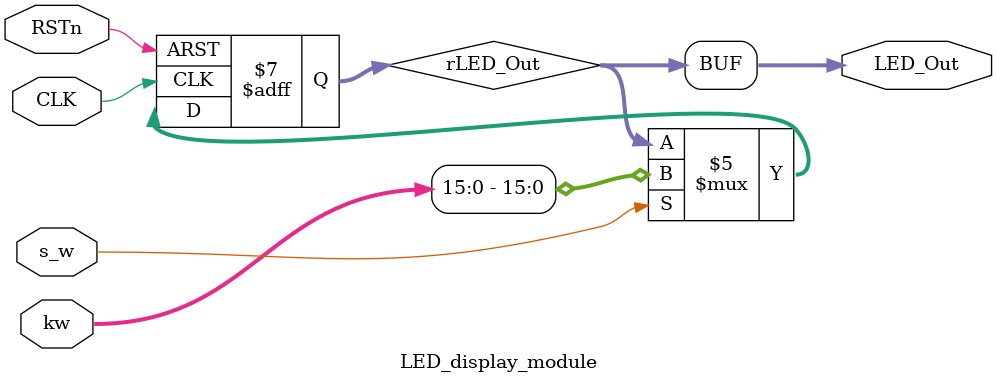
<source format=v>
module LED_display_module
(
	CLK, RSTn, s_w, kw, LED_Out
);
     input CLK;
     input RSTn;	 
	  input s_w;
	  input [31:0] kw;
	   
     output [15:0]LED_Out;
	 
	  reg [15:0]rLED_Out;

	 always @ ( posedge CLK or negedge RSTn )
		if( !RSTn ) 
			rLED_Out <= 'd0;	 	
		else if( s_w == 1 )
			rLED_Out <= kw[15:0];
		else 
			rLED_Out <= rLED_Out;
			
	assign LED_Out = rLED_Out;
	
endmodule
</source>
